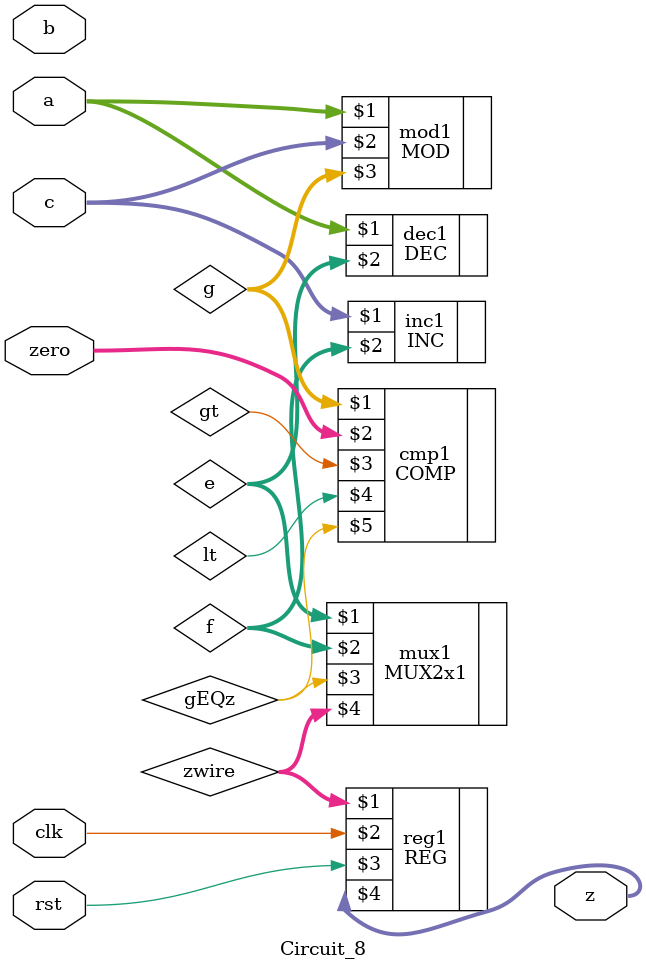
<source format=v>
`timescale 1ns / 1ps

module Circuit_8(a,b,c,zero,clk,rst,z);
    input [63:0] a,b,c,zero;
    input clk,rst;
    output wire [63:0] z;
    wire [63:0] e,f,g,zwire;
    wire gEQz,gt,lt;
    
    // e = a - 1;
    DEC #(.DATAWIDTH(64))dec1(a,e);
    // f = c + 1;
    INC #(.DATAWIDTH(64))inc1(c,f);
    // g = a % c;
    MOD #(.DATAWIDTH(64))mod1(a,c,g);
    // gEQz = g == zero;
    COMP#(.DATAWIDTH(64))cmp1(g,zero,gt,lt,gEQz);
    // zwire = gEQz ? e : f;
    MUX2x1#(.DATAWIDTH(64))mux1(e,f,gEQz,zwire);
    // z = zwire;
    REG #(.DATAWIDTH(64))reg1(zwire,clk,rst,z);

endmodule

</source>
